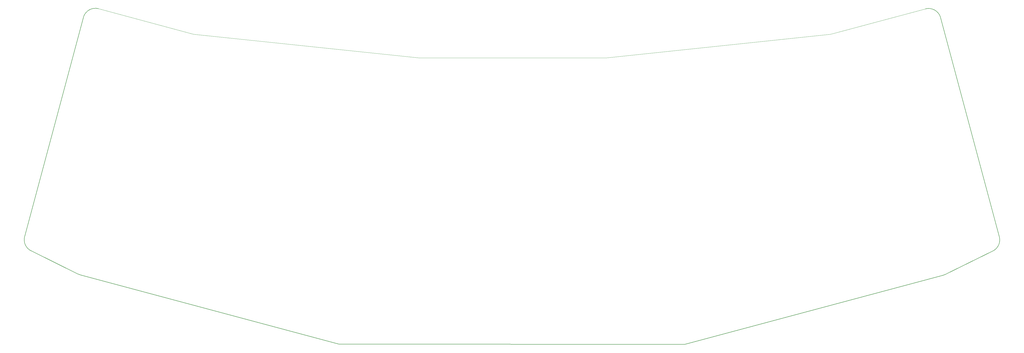
<source format=gbr>
%TF.GenerationSoftware,KiCad,Pcbnew,(5.99.0-12367-g21313a4c1a)*%
%TF.CreationDate,2021-09-16T15:19:45+01:00*%
%TF.ProjectId,superlyra,73757065-726c-4797-9261-2e6b69636164,0.1*%
%TF.SameCoordinates,Original*%
%TF.FileFunction,Profile,NP*%
%FSLAX46Y46*%
G04 Gerber Fmt 4.6, Leading zero omitted, Abs format (unit mm)*
G04 Created by KiCad (PCBNEW (5.99.0-12367-g21313a4c1a)) date 2021-09-16 15:19:45*
%MOMM*%
%LPD*%
G01*
G04 APERTURE LIST*
%TA.AperFunction,Profile*%
%ADD10C,0.050000*%
%TD*%
%TA.AperFunction,Profile*%
%ADD11C,0.200000*%
%TD*%
G04 APERTURE END LIST*
D10*
X82209365Y-66701636D02*
X44166886Y-56508184D01*
X172720000Y-76200000D02*
X82209365Y-66701636D01*
X247650000Y-76200000D02*
X172720000Y-76200000D01*
X337600635Y-66772705D02*
X247650000Y-76200000D01*
X337600635Y-66772705D02*
X375643114Y-56579253D01*
D11*
X279249253Y-191111909D02*
X140560747Y-191040840D01*
X36787631Y-163234917D02*
G75*
G02*
X35865593Y-162887336I1294095J4829629D01*
G01*
X402680246Y-153694534D02*
X383944407Y-162958405D01*
X38043162Y-60043718D02*
G75*
G02*
X44166886Y-56508184I4829629J-1294095D01*
G01*
X383022369Y-163305987D02*
X279249253Y-191111909D01*
X36787631Y-163234918D02*
X140560747Y-191040840D01*
X38043162Y-60043717D02*
X14516257Y-147847322D01*
X402680247Y-153694536D02*
G75*
G03*
X405293743Y-147918391I-2216134J4482049D01*
G01*
X381766838Y-60114786D02*
X405293743Y-147918391D01*
X17129754Y-153623465D02*
X35865593Y-162887336D01*
X383022369Y-163305986D02*
G75*
G03*
X383944407Y-162958405I-1294095J4829629D01*
G01*
X381766838Y-60114787D02*
G75*
G03*
X375643114Y-56579253I-4829629J-1294095D01*
G01*
X17129753Y-153623467D02*
G75*
G02*
X14516257Y-147847322I2216134J4482049D01*
G01*
M02*

</source>
